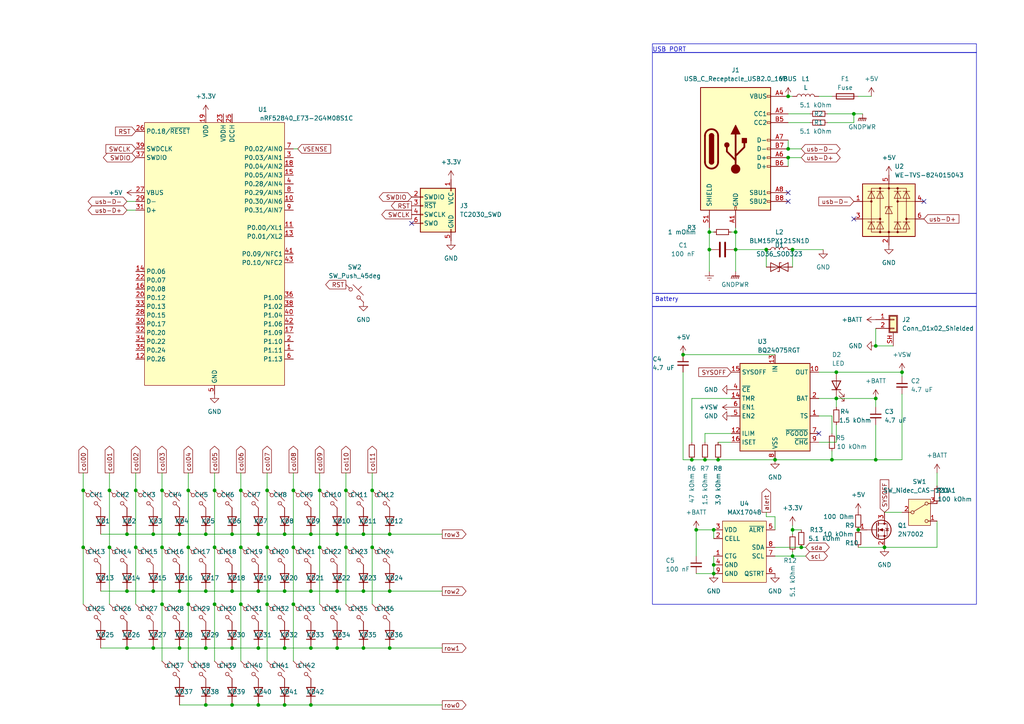
<source format=kicad_sch>
(kicad_sch (version 20230121) (generator eeschema)
  (paper "A4")
  (junction (at 228.6 45.72))
  (junction (at 205.74 67.31))
  (junction (at 105.41 154.94))
  (junction (at 100.33 158.75))
  (junction (at 241.3 133.35))
  (junction (at 59.69 204.47))
  (junction (at 254 133.35))
  (junction (at 85.09 158.75))
  (junction (at 256.54 158.75))
  (junction (at 82.55 204.47))
  (junction (at 213.36 67.31))
  (junction (at 74.93 187.96))
  (junction (at 113.03 171.45))
  (junction (at 204.47 133.35))
  (junction (at 113.03 187.96))
  (junction (at 85.09 142.24))
  (junction (at 52.07 154.94))
  (junction (at 36.83 154.94))
  (junction (at 228.6 43.18))
  (junction (at 74.93 154.94))
  (junction (at 82.55 171.45))
  (junction (at 77.47 175.26))
  (junction (at 46.99 142.24))
  (junction (at 59.69 187.96))
  (junction (at 82.55 154.94))
  (junction (at 207.01 166.37))
  (junction (at 113.03 154.94))
  (junction (at 52.07 187.96))
  (junction (at 67.31 171.45))
  (junction (at 59.69 171.45))
  (junction (at 229.87 153.67))
  (junction (at 208.28 133.35))
  (junction (at 77.47 142.24))
  (junction (at 107.95 142.24))
  (junction (at 90.17 171.45))
  (junction (at 36.83 187.96))
  (junction (at 67.31 187.96))
  (junction (at 44.45 154.94))
  (junction (at 97.79 187.96))
  (junction (at 44.45 171.45))
  (junction (at 24.13 142.24))
  (junction (at 31.75 142.24))
  (junction (at 62.23 175.26))
  (junction (at 69.85 175.26))
  (junction (at 228.6 27.94))
  (junction (at 242.57 107.95))
  (junction (at 54.61 175.26))
  (junction (at 62.23 142.24))
  (junction (at 39.37 142.24))
  (junction (at 24.13 158.75))
  (junction (at 213.36 72.39))
  (junction (at 105.41 171.45))
  (junction (at 67.31 204.47))
  (junction (at 36.83 171.45))
  (junction (at 254 100.33))
  (junction (at 52.07 171.45))
  (junction (at 92.71 158.75))
  (junction (at 39.37 158.75))
  (junction (at 69.85 142.24))
  (junction (at 229.87 72.39))
  (junction (at 62.23 158.75))
  (junction (at 224.79 133.35))
  (junction (at 105.41 187.96))
  (junction (at 69.85 158.75))
  (junction (at 229.87 161.29))
  (junction (at 261.62 107.95))
  (junction (at 67.31 154.94))
  (junction (at 222.25 72.39))
  (junction (at 77.47 158.75))
  (junction (at 74.93 204.47))
  (junction (at 46.99 175.26))
  (junction (at 232.41 158.75))
  (junction (at 90.17 187.96))
  (junction (at 207.01 163.83))
  (junction (at 85.09 175.26))
  (junction (at 31.75 158.75))
  (junction (at 54.61 142.24))
  (junction (at 242.57 115.57))
  (junction (at 92.71 142.24))
  (junction (at 59.69 154.94))
  (junction (at 198.12 102.87))
  (junction (at 90.17 154.94))
  (junction (at 107.95 158.75))
  (junction (at 46.99 158.75))
  (junction (at 74.93 171.45))
  (junction (at 90.17 204.47))
  (junction (at 82.55 187.96))
  (junction (at 200.66 133.35))
  (junction (at 100.33 142.24))
  (junction (at 247.65 33.02))
  (junction (at 207.01 153.67))
  (junction (at 97.79 154.94))
  (junction (at 54.61 158.75))
  (junction (at 201.93 153.67))
  (junction (at 254 115.57))
  (junction (at 205.74 72.39))
  (junction (at 44.45 187.96))
  (junction (at 97.79 171.45))
  (junction (at 248.92 153.67))
  (no_connect (at 228.6 55.88))
  (no_connect (at 119.38 64.77))
  (no_connect (at 228.6 58.42))
  (no_connect (at 237.49 125.73))
  (no_connect (at 267.97 58.42))
  (no_connect (at 247.65 63.5))
  (wire (pts (xy 254 100.33) (xy 259.08 100.33)))
  (wire (pts (xy 205.74 72.39) (xy 205.74 78.74)))
  (wire (pts (xy 248.92 158.75) (xy 256.54 158.75)))
  (wire (pts (xy 52.07 171.45) (xy 59.69 171.45)))
  (wire (pts (xy 39.37 137.16) (xy 39.37 142.24)))
  (wire (pts (xy 67.31 204.47) (xy 74.93 204.47)))
  (wire (pts (xy 113.03 187.96) (xy 128.27 187.96)))
  (wire (pts (xy 261.62 107.95) (xy 261.62 109.22)))
  (wire (pts (xy 241.3 130.81) (xy 241.3 133.35)))
  (wire (pts (xy 59.69 171.45) (xy 67.31 171.45)))
  (wire (pts (xy 82.55 187.96) (xy 90.17 187.96)))
  (wire (pts (xy 90.17 187.96) (xy 97.79 187.96)))
  (wire (pts (xy 228.6 33.02) (xy 234.95 33.02)))
  (wire (pts (xy 100.33 158.75) (xy 100.33 175.26)))
  (wire (pts (xy 77.47 175.26) (xy 77.47 191.77)))
  (wire (pts (xy 46.99 137.16) (xy 46.99 142.24)))
  (wire (pts (xy 52.07 154.94) (xy 59.69 154.94)))
  (wire (pts (xy 247.65 33.02) (xy 247.65 35.56)))
  (wire (pts (xy 69.85 158.75) (xy 69.85 175.26)))
  (wire (pts (xy 261.62 133.35) (xy 254 133.35)))
  (wire (pts (xy 228.6 45.72) (xy 232.41 45.72)))
  (wire (pts (xy 242.57 107.95) (xy 261.62 107.95)))
  (wire (pts (xy 229.87 161.29) (xy 224.79 161.29)))
  (wire (pts (xy 224.79 158.75) (xy 232.41 158.75)))
  (wire (pts (xy 90.17 154.94) (xy 97.79 154.94)))
  (wire (pts (xy 113.03 154.94) (xy 128.27 154.94)))
  (wire (pts (xy 212.09 125.73) (xy 204.47 125.73)))
  (wire (pts (xy 31.75 158.75) (xy 31.75 175.26)))
  (wire (pts (xy 85.09 158.75) (xy 85.09 175.26)))
  (wire (pts (xy 229.87 72.39) (xy 229.87 77.47)))
  (wire (pts (xy 237.49 27.94) (xy 241.3 27.94)))
  (wire (pts (xy 86.36 43.18) (xy 85.09 43.18)))
  (wire (pts (xy 54.61 175.26) (xy 54.61 191.77)))
  (wire (pts (xy 237.49 107.95) (xy 242.57 107.95)))
  (wire (pts (xy 241.3 120.65) (xy 237.49 120.65)))
  (wire (pts (xy 44.45 171.45) (xy 52.07 171.45)))
  (wire (pts (xy 107.95 142.24) (xy 107.95 158.75)))
  (wire (pts (xy 198.12 102.87) (xy 224.79 102.87)))
  (wire (pts (xy 207.01 153.67) (xy 207.01 156.21)))
  (wire (pts (xy 92.71 137.16) (xy 92.71 142.24)))
  (wire (pts (xy 29.21 171.45) (xy 36.83 171.45)))
  (wire (pts (xy 92.71 158.75) (xy 92.71 175.26)))
  (wire (pts (xy 113.03 171.45) (xy 128.27 171.45)))
  (wire (pts (xy 54.61 137.16) (xy 54.61 142.24)))
  (wire (pts (xy 212.09 115.57) (xy 200.66 115.57)))
  (wire (pts (xy 36.83 171.45) (xy 44.45 171.45)))
  (wire (pts (xy 85.09 142.24) (xy 85.09 158.75)))
  (wire (pts (xy 24.13 137.16) (xy 24.13 142.24)))
  (wire (pts (xy 31.75 137.16) (xy 31.75 142.24)))
  (wire (pts (xy 100.33 137.16) (xy 100.33 142.24)))
  (wire (pts (xy 200.66 115.57) (xy 200.66 128.27)))
  (wire (pts (xy 69.85 142.24) (xy 69.85 158.75)))
  (wire (pts (xy 201.93 153.67) (xy 201.93 161.29)))
  (wire (pts (xy 39.37 158.75) (xy 39.37 175.26)))
  (wire (pts (xy 241.3 133.35) (xy 224.79 133.35)))
  (wire (pts (xy 229.87 152.4) (xy 229.87 153.67)))
  (wire (pts (xy 200.66 133.35) (xy 204.47 133.35)))
  (wire (pts (xy 90.17 171.45) (xy 97.79 171.45)))
  (wire (pts (xy 77.47 142.24) (xy 77.47 158.75)))
  (wire (pts (xy 69.85 175.26) (xy 69.85 191.77)))
  (wire (pts (xy 256.54 148.59) (xy 261.62 148.59)))
  (wire (pts (xy 201.93 166.37) (xy 207.01 166.37)))
  (wire (pts (xy 248.92 27.94) (xy 252.73 27.94)))
  (wire (pts (xy 105.41 187.96) (xy 113.03 187.96)))
  (wire (pts (xy 59.69 154.94) (xy 67.31 154.94)))
  (wire (pts (xy 247.65 33.02) (xy 250.19 33.02)))
  (wire (pts (xy 213.36 72.39) (xy 213.36 78.74)))
  (wire (pts (xy 69.85 137.16) (xy 69.85 142.24)))
  (wire (pts (xy 36.83 154.94) (xy 44.45 154.94)))
  (wire (pts (xy 44.45 154.94) (xy 52.07 154.94)))
  (wire (pts (xy 228.6 35.56) (xy 234.95 35.56)))
  (wire (pts (xy 242.57 115.57) (xy 242.57 118.11)))
  (wire (pts (xy 85.09 175.26) (xy 85.09 191.77)))
  (wire (pts (xy 228.6 43.18) (xy 232.41 43.18)))
  (wire (pts (xy 233.68 158.75) (xy 232.41 158.75)))
  (wire (pts (xy 85.09 137.16) (xy 85.09 142.24)))
  (wire (pts (xy 90.17 204.47) (xy 128.27 204.47)))
  (wire (pts (xy 100.33 142.24) (xy 100.33 158.75)))
  (wire (pts (xy 208.28 133.35) (xy 224.79 133.35)))
  (wire (pts (xy 222.25 148.59) (xy 222.25 149.86)))
  (wire (pts (xy 74.93 171.45) (xy 82.55 171.45)))
  (wire (pts (xy 74.93 204.47) (xy 82.55 204.47)))
  (wire (pts (xy 105.41 171.45) (xy 113.03 171.45)))
  (wire (pts (xy 222.25 149.86) (xy 224.79 149.86)))
  (wire (pts (xy 198.12 133.35) (xy 200.66 133.35)))
  (wire (pts (xy 261.62 114.3) (xy 261.62 133.35)))
  (wire (pts (xy 241.3 125.73) (xy 241.3 120.65)))
  (wire (pts (xy 59.69 204.47) (xy 67.31 204.47)))
  (wire (pts (xy 62.23 137.16) (xy 62.23 142.24)))
  (wire (pts (xy 29.21 154.94) (xy 36.83 154.94)))
  (wire (pts (xy 228.6 27.94) (xy 229.87 27.94)))
  (wire (pts (xy 240.03 35.56) (xy 247.65 35.56)))
  (wire (pts (xy 233.68 161.29) (xy 229.87 161.29)))
  (wire (pts (xy 82.55 171.45) (xy 90.17 171.45)))
  (wire (pts (xy 62.23 142.24) (xy 62.23 158.75)))
  (wire (pts (xy 205.74 66.04) (xy 205.74 67.31)))
  (wire (pts (xy 39.37 142.24) (xy 39.37 158.75)))
  (wire (pts (xy 46.99 175.26) (xy 46.99 191.77)))
  (wire (pts (xy 62.23 175.26) (xy 62.23 191.77)))
  (wire (pts (xy 204.47 125.73) (xy 204.47 128.27)))
  (wire (pts (xy 213.36 67.31) (xy 212.09 67.31)))
  (wire (pts (xy 74.93 154.94) (xy 82.55 154.94)))
  (wire (pts (xy 67.31 154.94) (xy 74.93 154.94)))
  (wire (pts (xy 205.74 67.31) (xy 207.01 67.31)))
  (wire (pts (xy 54.61 158.75) (xy 54.61 175.26)))
  (wire (pts (xy 201.93 153.67) (xy 207.01 153.67)))
  (wire (pts (xy 198.12 107.95) (xy 198.12 133.35)))
  (wire (pts (xy 208.28 128.27) (xy 212.09 128.27)))
  (wire (pts (xy 222.25 72.39) (xy 222.25 77.47)))
  (wire (pts (xy 24.13 142.24) (xy 24.13 158.75)))
  (wire (pts (xy 82.55 154.94) (xy 90.17 154.94)))
  (wire (pts (xy 213.36 66.04) (xy 213.36 67.31)))
  (wire (pts (xy 52.07 204.47) (xy 59.69 204.47)))
  (wire (pts (xy 229.87 160.02) (xy 229.87 161.29)))
  (wire (pts (xy 229.87 72.39) (xy 238.76 72.39)))
  (wire (pts (xy 62.23 158.75) (xy 62.23 175.26)))
  (wire (pts (xy 29.21 187.96) (xy 36.83 187.96)))
  (wire (pts (xy 271.78 151.13) (xy 271.78 158.75)))
  (wire (pts (xy 213.36 72.39) (xy 222.25 72.39)))
  (wire (pts (xy 82.55 204.47) (xy 90.17 204.47)))
  (wire (pts (xy 77.47 158.75) (xy 77.47 175.26)))
  (wire (pts (xy 107.95 158.75) (xy 107.95 175.26)))
  (wire (pts (xy 242.57 115.57) (xy 254 115.57)))
  (wire (pts (xy 254 95.25) (xy 254 100.33)))
  (wire (pts (xy 213.36 67.31) (xy 213.36 72.39)))
  (wire (pts (xy 97.79 187.96) (xy 105.41 187.96)))
  (wire (pts (xy 271.78 158.75) (xy 256.54 158.75)))
  (wire (pts (xy 77.47 137.16) (xy 77.47 142.24)))
  (wire (pts (xy 207.01 163.83) (xy 207.01 166.37)))
  (wire (pts (xy 240.03 33.02) (xy 247.65 33.02)))
  (wire (pts (xy 107.95 137.16) (xy 107.95 142.24)))
  (wire (pts (xy 59.69 187.96) (xy 67.31 187.96)))
  (wire (pts (xy 229.87 153.67) (xy 232.41 153.67)))
  (wire (pts (xy 46.99 158.75) (xy 46.99 175.26)))
  (wire (pts (xy 237.49 115.57) (xy 242.57 115.57)))
  (wire (pts (xy 97.79 154.94) (xy 105.41 154.94)))
  (wire (pts (xy 204.47 133.35) (xy 208.28 133.35)))
  (wire (pts (xy 36.83 58.42) (xy 39.37 58.42)))
  (wire (pts (xy 24.13 158.75) (xy 24.13 175.26)))
  (wire (pts (xy 54.61 142.24) (xy 54.61 158.75)))
  (wire (pts (xy 36.83 60.96) (xy 39.37 60.96)))
  (wire (pts (xy 44.45 187.96) (xy 52.07 187.96)))
  (wire (pts (xy 271.78 140.97) (xy 271.78 137.16)))
  (wire (pts (xy 74.93 187.96) (xy 82.55 187.96)))
  (wire (pts (xy 228.6 40.64) (xy 228.6 43.18)))
  (wire (pts (xy 67.31 187.96) (xy 74.93 187.96)))
  (wire (pts (xy 31.75 142.24) (xy 31.75 158.75)))
  (wire (pts (xy 92.71 142.24) (xy 92.71 158.75)))
  (wire (pts (xy 224.79 149.86) (xy 224.79 153.67)))
  (wire (pts (xy 254 133.35) (xy 241.3 133.35)))
  (wire (pts (xy 36.83 187.96) (xy 44.45 187.96)))
  (wire (pts (xy 228.6 45.72) (xy 228.6 48.26)))
  (wire (pts (xy 207.01 161.29) (xy 207.01 163.83)))
  (wire (pts (xy 237.49 128.27) (xy 242.57 128.27)))
  (wire (pts (xy 229.87 154.94) (xy 229.87 153.67)))
  (wire (pts (xy 97.79 171.45) (xy 105.41 171.45)))
  (wire (pts (xy 242.57 128.27) (xy 242.57 123.19)))
  (wire (pts (xy 105.41 154.94) (xy 113.03 154.94)))
  (wire (pts (xy 52.07 187.96) (xy 59.69 187.96)))
  (wire (pts (xy 67.31 171.45) (xy 74.93 171.45)))
  (wire (pts (xy 46.99 142.24) (xy 46.99 158.75)))
  (wire (pts (xy 254 115.57) (xy 254 118.11)))
  (wire (pts (xy 254 123.19) (xy 254 133.35)))
  (wire (pts (xy 205.74 67.31) (xy 205.74 72.39)))
  (rectangle (start 189.23 88.9) (end 283.21 175.26))
  (rectangle (start 189.23 12.7) (end 283.21 15.24))
  (rectangle (start 189.23 85.09) (end 283.21 88.9))
  (rectangle (start 189.23 15.24) (end 283.21 85.09))
  (text "Battery" (at 196.85 87.63 0) (effects (font (size 1.27 1.27)) (justify right bottom)))
  (text "USB PORT" (at 189.23 15.24 0) (effects (font (size 1.27 1.27)) (justify left bottom)))
  (global_label "col01" (shape output) (at 31.75 137.16 90) (property "Intersheetrefs" "${INTERSHEET_REFS}" (effects hide)))
  (global_label "RST" (shape input) (at 39.37 38.1 180) (property "Intersheetrefs" "${INTERSHEET_REFS}" (effects hide)))
  (global_label "usb-D-" (shape bidirectional) (at 232.41 43.18 0) (property "Intersheetrefs" "${INTERSHEET_REFS}" (effects hide)))
  (global_label "row2" (shape output) (at 128.27 171.45 0) (property "Intersheetrefs" "${INTERSHEET_REFS}" (effects hide)))
  (global_label "col03" (shape output) (at 46.99 137.16 90) (property "Intersheetrefs" "${INTERSHEET_REFS}" (effects hide)))
  (global_label "col04" (shape output) (at 54.61 137.16 90) (property "Intersheetrefs" "${INTERSHEET_REFS}" (effects hide)))
  (global_label "sda" (shape bidirectional) (at 233.68 158.75 0) (property "Intersheetrefs" "${INTERSHEET_REFS}" (effects hide)))
  (global_label "col08" (shape output) (at 85.09 137.16 90) (property "Intersheetrefs" "${INTERSHEET_REFS}" (effects hide)))
  (global_label "SWCLK" (shape output) (at 119.38 62.23 180) (property "Intersheetrefs" "${INTERSHEET_REFS}" (effects hide)))
  (global_label "usb-D+" (shape bidirectional) (at 232.41 45.72 0) (property "Intersheetrefs" "${INTERSHEET_REFS}" (effects hide)))
  (global_label "usb-D-" (shape input) (at 247.65 58.42 180) (property "Intersheetrefs" "${INTERSHEET_REFS}" (effects hide)))
  (global_label "row0" (shape output) (at 128.27 204.47 0) (property "Intersheetrefs" "${INTERSHEET_REFS}" (effects hide)))
  (global_label "usb-D+" (shape input) (at 267.97 63.5 0) (property "Intersheetrefs" "${INTERSHEET_REFS}" (effects hide)))
  (global_label "alert" (shape output) (at 222.25 148.59 90) (property "Intersheetrefs" "${INTERSHEET_REFS}" (effects hide)))
  (global_label "col07" (shape output) (at 77.47 137.16 90) (property "Intersheetrefs" "${INTERSHEET_REFS}" (effects hide)))
  (global_label "scl" (shape bidirectional) (at 233.68 161.29 0) (property "Intersheetrefs" "${INTERSHEET_REFS}" (effects hide)))
  (global_label "SYSOFF" (shape input) (at 256.54 148.59 90) (property "Intersheetrefs" "${INTERSHEET_REFS}" (effects hide)))
  (global_label "col11" (shape output) (at 107.95 137.16 90) (property "Intersheetrefs" "${INTERSHEET_REFS}" (effects hide)))
  (global_label "RST" (shape output) (at 100.33 82.55 180) (property "Intersheetrefs" "${INTERSHEET_REFS}" (effects hide)))
  (global_label "SWDIO" (shape bidirectional) (at 39.37 45.72 180) (property "Intersheetrefs" "${INTERSHEET_REFS}" (effects hide)))
  (global_label "col02" (shape output) (at 39.37 137.16 90) (property "Intersheetrefs" "${INTERSHEET_REFS}" (effects hide)))
  (global_label "VSENSE" (shape input) (at 86.36 43.18 0) (property "Intersheetrefs" "${INTERSHEET_REFS}" (effects hide)))
  (global_label "SWCLK" (shape input) (at 39.37 43.18 180) (property "Intersheetrefs" "${INTERSHEET_REFS}" (effects hide)))
  (global_label "col09" (shape output) (at 92.71 137.16 90) (property "Intersheetrefs" "${INTERSHEET_REFS}" (effects hide)))
  (global_label "col10" (shape output) (at 100.33 137.16 90) (property "Intersheetrefs" "${INTERSHEET_REFS}" (effects hide)))
  (global_label "col00" (shape output) (at 24.13 137.16 90) (property "Intersheetrefs" "${INTERSHEET_REFS}" (effects hide)))
  (global_label "usb-D+" (shape bidirectional) (at 36.83 60.96 180) (property "Intersheetrefs" "${INTERSHEET_REFS}" (effects hide)))
  (global_label "SYSOFF" (shape input) (at 212.09 107.95 180) (property "Intersheetrefs" "${INTERSHEET_REFS}" (effects hide)))
  (global_label "col06" (shape output) (at 69.85 137.16 90) (property "Intersheetrefs" "${INTERSHEET_REFS}" (effects hide)))
  (global_label "row1" (shape output) (at 128.27 187.96 0) (property "Intersheetrefs" "${INTERSHEET_REFS}" (effects hide)))
  (global_label "RST" (shape output) (at 119.38 59.69 180) (property "Intersheetrefs" "${INTERSHEET_REFS}" (effects hide)))
  (global_label "SWDIO" (shape bidirectional) (at 119.38 57.15 180) (property "Intersheetrefs" "${INTERSHEET_REFS}" (effects hide)))
  (global_label "usb-D-" (shape bidirectional) (at 36.83 58.42 180) (property "Intersheetrefs" "${INTERSHEET_REFS}" (effects hide)))
  (global_label "row3" (shape output) (at 128.27 154.94 0) (property "Intersheetrefs" "${INTERSHEET_REFS}" (effects hide)))
  (global_label "col05" (shape output) (at 62.23 137.16 90) (property "Intersheetrefs" "${INTERSHEET_REFS}" (effects hide)))
  (symbol (lib_id "power:GND") (at 130.81 69.85 0) (unit 1)
    (property "Reference" "#PWR026" (effects hide))
    (property "Value" "GND" (at 130.81 74.93 0))
  )
  (symbol (lib_id "Diode:1N4448W") (at 82.55 200.66 90) (unit 1)
    (property "Reference" "KD41" (at 81.28 200.66 90) (effects (justify right)))
    (property "Value" "1N4448W" (effects hide))
    (property "Footprint" "Diode_SMD:D_SOD-123" (effects hide))
    (property "Datasheet" "https://www.vishay.com/docs/85722/1n4448w.pdf" (effects hide))
    (property "Sim.Device" "D" (effects hide))
    (property "Sim.Pins" "1=K 2=A" (effects hide))
  )
  (symbol (lib_id "Diode:1N4448W") (at 90.17 167.64 90) (unit 1)
    (property "Reference" "KD21" (at 88.9 167.64 90) (effects (justify right)))
    (property "Value" "1N4448W" (effects hide))
    (property "Footprint" "Diode_SMD:D_SOD-123" (effects hide))
    (property "Datasheet" "https://www.vishay.com/docs/85722/1n4448w.pdf" (effects hide))
    (property "Sim.Device" "D" (effects hide))
    (property "Sim.Pins" "1=K 2=A" (effects hide))
  )
  (symbol (lib_id "Device:R_Small") (at 237.49 33.02 90) (unit 1)
    (property "Reference" "R2" (at 238.76 33.02 90) (effects (justify left)))
    (property "Value" "5.1 kOhm" (at 241.3 30.48 90) (effects (justify left)))
    (property "Footprint" "Resistor_SMD:R_1206_3216Metric" (effects hide))
  )
  (symbol (lib_id "Diode:1N4448W") (at 67.31 200.66 90) (unit 1)
    (property "Reference" "KD39" (at 66.04 200.66 90) (effects (justify right)))
    (property "Value" "1N4448W" (effects hide))
    (property "Footprint" "Diode_SMD:D_SOD-123" (effects hide))
    (property "Datasheet" "https://www.vishay.com/docs/85722/1n4448w.pdf" (effects hide))
    (property "Sim.Device" "D" (effects hide))
    (property "Sim.Pins" "1=K 2=A" (effects hide))
  )
  (symbol (lib_id "power:+BATT") (at 201.93 153.67 0) (unit 1)
    (property "Reference" "#PWR027" (effects hide))
    (property "Value" "+BATT" (at 201.93 148.59 0))
  )
  (symbol (lib_id "Transistor_FET:2N7002") (at 254 153.67 0) (unit 1)
    (property "Reference" "Q1" (at 260.35 152.4 0) (effects (justify left)))
    (property "Value" "2N7002" (at 260.35 154.94 0) (effects (justify left)))
    (property "Footprint" "Package_TO_SOT_SMD:SOT-23" (effects hide))
    (property "Datasheet" "https://www.onsemi.com/pub/Collateral/NDS7002A-D.PDF" (effects hide))
  )
  (symbol (lib_id "Diode:1N4448W") (at 82.55 184.15 90) (unit 1)
    (property "Reference" "KD32" (at 81.28 184.15 90) (effects (justify right)))
    (property "Value" "1N4448W" (effects hide))
    (property "Footprint" "Diode_SMD:D_SOD-123" (effects hide))
    (property "Datasheet" "https://www.vishay.com/docs/85722/1n4448w.pdf" (effects hide))
    (property "Sim.Device" "D" (effects hide))
    (property "Sim.Pins" "1=K 2=A" (effects hide))
  )
  (symbol (lib_id "Diode:1N4448W") (at 97.79 151.13 90) (unit 1)
    (property "Reference" "KD10" (at 96.52 151.13 90) (effects (justify right)))
    (property "Value" "1N4448W" (effects hide))
    (property "Footprint" "Diode_SMD:D_SOD-123" (effects hide))
    (property "Datasheet" "https://www.vishay.com/docs/85722/1n4448w.pdf" (effects hide))
    (property "Sim.Device" "D" (effects hide))
    (property "Sim.Pins" "1=K 2=A" (effects hide))
  )
  (symbol (lib_id "Diode:1N4448W") (at 52.07 200.66 90) (unit 1)
    (property "Reference" "KD37" (at 50.8 200.66 90) (effects (justify right)))
    (property "Value" "1N4448W" (effects hide))
    (property "Footprint" "Diode_SMD:D_SOD-123" (effects hide))
    (property "Datasheet" "https://www.vishay.com/docs/85722/1n4448w.pdf" (effects hide))
    (property "Sim.Device" "D" (effects hide))
    (property "Sim.Pins" "1=K 2=A" (effects hide))
  )
  (symbol (lib_id "PCM_marbastlib-gatlp:KS33_SW_HS_KS-2P02B01-02") (at 34.29 177.8 0) (unit 1)
    (property "Reference" "CH26" (at 35.56 176.53 0))
    (property "Value" "KS33_SW_HS" (effects hide))
    (property "Footprint" "PCM_marbastlib-xp-gateron_lp:SW_KS33_HS_KS-2P02B01-02_HS_1u" (effects hide))
  )
  (symbol (lib_id "Diode:1N4448W") (at 36.83 151.13 90) (unit 1)
    (property "Reference" "KD2" (at 35.56 151.13 90) (effects (justify right)))
    (property "Value" "1N4448W" (effects hide))
    (property "Footprint" "Diode_SMD:D_SOD-123" (effects hide))
    (property "Datasheet" "https://www.vishay.com/docs/85722/1n4448w.pdf" (effects hide))
    (property "Sim.Device" "D" (effects hide))
    (property "Sim.Pins" "1=K 2=A" (effects hide))
  )
  (symbol (lib_id "Diode:1N4448W") (at 59.69 151.13 90) (unit 1)
    (property "Reference" "KD5" (at 58.42 151.13 90) (effects (justify right)))
    (property "Value" "1N4448W" (effects hide))
    (property "Footprint" "Diode_SMD:D_SOD-123" (effects hide))
    (property "Datasheet" "https://www.vishay.com/docs/85722/1n4448w.pdf" (effects hide))
    (property "Sim.Device" "D" (effects hide))
    (property "Sim.Pins" "1=K 2=A" (effects hide))
  )
  (symbol (lib_id "PCM_marbastlib-gatlp:KS33_SW_HS_KS-2P02B01-02") (at 49.53 177.8 0) (unit 1)
    (property "Reference" "CH28" (at 50.8 176.53 0))
    (property "Value" "KS33_SW_HS" (effects hide))
    (property "Footprint" "PCM_marbastlib-xp-gateron_lp:SW_KS33_HS_KS-2P02B01-02_HS_1u" (effects hide))
  )
  (symbol (lib_id "PCM_marbastlib-gatlp:KS33_SW_HS_KS-2P02B01-02") (at 72.39 161.29 0) (unit 1)
    (property "Reference" "CH19" (at 73.66 160.02 0))
    (property "Value" "KS33_SW_HS" (effects hide))
    (property "Footprint" "PCM_marbastlib-xp-gateron_lp:SW_KS33_HS_KS-2P02B01-02_HS_1u" (effects hide))
  )
  (symbol (lib_id "power:+5V") (at 252.73 27.94 0) (unit 1)
    (property "Reference" "#PWR05" (effects hide))
    (property "Value" "+5V" (at 252.73 22.86 0))
  )
  (symbol (lib_id "Diode:1N4448W") (at 52.07 151.13 90) (unit 1)
    (property "Reference" "KD4" (at 50.8 151.13 90) (effects (justify right)))
    (property "Value" "1N4448W" (effects hide))
    (property "Footprint" "Diode_SMD:D_SOD-123" (effects hide))
    (property "Datasheet" "https://www.vishay.com/docs/85722/1n4448w.pdf" (effects hide))
    (property "Sim.Device" "D" (effects hide))
    (property "Sim.Pins" "1=K 2=A" (effects hide))
  )
  (symbol (lib_id "Switch:SW_Nidec_CAS-120A1") (at 266.7 148.59 0) (unit 1)
    (property "Reference" "SW1" (at 266.7 139.7 0))
    (property "Value" "SW_Nidec_CAS-120A1" (at 266.7 142.24 0))
    (property "Footprint" "PCM_marbastlib-various:SW_MSK12C02-HB" (effects hide))
    (property "Datasheet" "https://www.nidec-components.com/e/catalog/switch/cas.pdf" (effects hide))
  )
  (symbol (lib_id "power:GND") (at 207.01 166.37 0) (unit 1)
    (property "Reference" "#PWR028" (effects hide))
    (property "Value" "GND" (at 207.01 171.45 0))
  )
  (symbol (lib_id "Device:R_Small") (at 208.28 130.81 180) (unit 1)
    (property "Reference" "R8" (at 209.55 135.89 0) (effects (justify left)))
    (property "Value" "3.9 kOhm" (at 208.28 137.16 90) (effects (justify left)))
    (property "Footprint" "Resistor_SMD:R_1206_3216Metric" (effects hide))
  )
  (symbol (lib_id "power:GND") (at 212.09 120.65 270) (unit 1)
    (property "Reference" "#PWR010" (effects hide))
    (property "Value" "GND" (at 208.28 120.65 90) (effects (justify right)))
  )
  (symbol (lib_id "PCM_marbastlib-gatlp:KS33_SW_HS_KS-2P02B01-02") (at 87.63 161.29 0) (unit 1)
    (property "Reference" "CH21" (at 88.9 160.02 0))
    (property "Value" "KS33_SW_HS" (effects hide))
    (property "Footprint" "PCM_marbastlib-xp-gateron_lp:SW_KS33_HS_KS-2P02B01-02_HS_1u" (effects hide))
  )
  (symbol (lib_id "Power_Protection:WE-TVS-824015043") (at 257.81 60.96 0) (unit 1)
    (property "Reference" "U2" (at 259.4611 48.26 0) (effects (justify left)))
    (property "Value" "WE-TVS-824015043" (at 259.4611 50.8 0) (effects (justify left)))
    (property "Footprint" "Package_TO_SOT_SMD:SOT-23-6" (effects hide))
    (property "Datasheet" "https://www.we-online.com/components/products/datasheet/824015043.pdf" (effects hide))
  )
  (symbol (lib_id "Device:C") (at 209.55 72.39 90) (unit 1)
    (property "Reference" "C1" (at 198.12 71.12 90))
    (property "Value" "100 nF" (at 198.12 73.66 90))
    (property "Footprint" "Capacitor_SMD:C_1206_3216Metric" (effects hide))
  )
  (symbol (lib_id "power:GND") (at 256.54 158.75 0) (unit 1)
    (property "Reference" "#PWR019" (effects hide))
    (property "Value" "GND" (at 256.54 163.83 0))
  )
  (symbol (lib_id "PCM_marbastlib-gatlp:KS33_SW_HS_KS-2P02B01-02") (at 34.29 144.78 0) (unit 1)
    (property "Reference" "CH2" (at 35.56 143.51 0))
    (property "Value" "KS33_SW_HS" (effects hide))
    (property "Footprint" "PCM_marbastlib-xp-gateron_lp:SW_KS33_HS_KS-2P02B01-02_HS_1u" (effects hide))
  )
  (symbol (lib_id "PCM_marbastlib-gatlp:KS33_SW_HS_KS-2P02B01-02") (at 110.49 177.8 0) (unit 1)
    (property "Reference" "CH36" (at 111.76 176.53 0))
    (property "Value" "KS33_SW_HS" (effects hide))
    (property "Footprint" "PCM_marbastlib-xp-gateron_lp:SW_KS33_HS_KS-2P02B01-02_HS_1u" (effects hide))
  )
  (symbol (lib_id "Device:C_Small") (at 261.62 111.76 0) (unit 1)
    (property "Reference" "C2" (at 264.16 110.4963 0) (effects (justify left)))
    (property "Value" "4.7 uF" (at 264.16 113.0363 0) (effects (justify left)))
    (property "Footprint" "Capacitor_SMD:C_1206_3216Metric" (effects hide))
  )
  (symbol (lib_id "Diode:1N4448W") (at 105.41 184.15 90) (unit 1)
    (property "Reference" "KD35" (at 104.14 184.15 90) (effects (justify right)))
    (property "Value" "1N4448W" (effects hide))
    (property "Footprint" "Diode_SMD:D_SOD-123" (effects hide))
    (property "Datasheet" "https://www.vishay.com/docs/85722/1n4448w.pdf" (effects hide))
    (property "Sim.Device" "D" (effects hide))
    (property "Sim.Pins" "1=K 2=A" (effects hide))
  )
  (symbol (lib_id "Diode:1N4448W") (at 36.83 184.15 90) (unit 1)
    (property "Reference" "KD26" (at 35.56 184.15 90) (effects (justify right)))
    (property "Value" "1N4448W" (effects hide))
    (property "Footprint" "Diode_SMD:D_SOD-123" (effects hide))
    (property "Datasheet" "https://www.vishay.com/docs/85722/1n4448w.pdf" (effects hide))
    (property "Sim.Device" "D" (effects hide))
    (property "Sim.Pins" "1=K 2=A" (effects hide))
  )
  (symbol (lib_id "power:+3.3V") (at 229.87 152.4 0) (unit 1)
    (property "Reference" "#PWR030" (effects hide))
    (property "Value" "+3.3V" (at 229.87 147.32 0))
  )
  (symbol (lib_id "power:+3.3V") (at 130.81 52.07 0) (unit 1)
    (property "Reference" "#PWR025" (effects hide))
    (property "Value" "+3.3V" (at 130.81 46.99 0))
  )
  (symbol (lib_id "Diode:1N4448W") (at 29.21 151.13 90) (unit 1)
    (property "Reference" "KD1" (at 27.94 151.13 90) (effects (justify right)))
    (property "Value" "1N4448W" (effects hide))
    (property "Footprint" "Diode_SMD:D_SOD-123" (effects hide))
    (property "Datasheet" "https://www.vishay.com/docs/85722/1n4448w.pdf" (effects hide))
    (property "Sim.Device" "D" (effects hide))
    (property "Sim.Pins" "1=K 2=A" (effects hide))
  )
  (symbol (lib_id "PCM_marbastlib-gatlp:KS33_SW_HS_KS-2P02B01-02") (at 49.53 161.29 0) (unit 1)
    (property "Reference" "CH16" (at 50.8 160.02 0))
    (property "Value" "KS33_SW_HS" (effects hide))
    (property "Footprint" "PCM_marbastlib-xp-gateron_lp:SW_KS33_HS_KS-2P02B01-02_HS_1u" (effects hide))
  )
  (symbol (lib_id "Device:R_Small") (at 209.55 67.31 90) (unit 1)
    (property "Reference" "R3" (at 201.93 66.04 90) (effects (justify left)))
    (property "Value" "1 mOhm" (at 201.93 67.31 90) (effects (justify left)))
    (property "Footprint" "Resistor_SMD:R_1206_3216Metric" (effects hide))
  )
  (symbol (lib_id "power:GND") (at 238.76 72.39 0) (unit 1)
    (property "Reference" "#PWR08" (effects hide))
    (property "Value" "GND" (at 238.76 77.47 0))
  )
  (symbol (lib_id "PCM_marbastlib-gatlp:KS33_SW_HS_KS-2P02B01-02") (at 80.01 194.31 0) (unit 1)
    (property "Reference" "CH41" (at 81.28 193.04 0))
    (property "Value" "KS33_SW_HS" (effects hide))
    (property "Footprint" "PCM_marbastlib-xp-gateron_lp:SW_KS33_HS_KS-2P02B01-02_HS_1u" (effects hide))
  )
  (symbol (lib_id "Diode:1N4448W") (at 90.17 151.13 90) (unit 1)
    (property "Reference" "KD9" (at 88.9 151.13 90) (effects (justify right)))
    (property "Value" "1N4448W" (effects hide))
    (property "Footprint" "Diode_SMD:D_SOD-123" (effects hide))
    (property "Datasheet" "https://www.vishay.com/docs/85722/1n4448w.pdf" (effects hide))
    (property "Sim.Device" "D" (effects hide))
    (property "Sim.Pins" "1=K 2=A" (effects hide))
  )
  (symbol (lib_id "PCM_marbastlib-various:TC2030_SWD") (at 125.73 62.23 0) (unit 1)
    (property "Reference" "J3" (at 133.35 59.69 0) (effects (justify left)))
    (property "Value" "TC2030_SWD" (at 133.35 62.23 0) (effects (justify left)))
    (property "Footprint" "PCM_marbastlib-various:CON_TC2030_outlined" (effects hide))
    (property "Datasheet" " ~" (effects hide))
  )
  (symbol (lib_id "power:GND") (at 105.41 87.63 0) (unit 1)
    (property "Reference" "#PWR021" (effects hide))
    (property "Value" "GND" (at 105.41 92.71 0))
  )
  (symbol (lib_id "power:+BATT") (at 271.78 137.16 0) (unit 1)
    (property "Reference" "#PWR020" (effects hide))
    (property "Value" "+BATT" (at 271.78 132.08 0))
  )
  (symbol (lib_id "power:GND") (at 212.09 113.03 270) (unit 1)
    (property "Reference" "#PWR09" (effects hide))
    (property "Value" "GND" (at 208.28 113.03 90) (effects (justify right)))
  )
  (symbol (lib_id "PCM_marbastlib-gatlp:KS33_SW_HS_KS-2P02B01-02") (at 49.53 144.78 0) (unit 1)
    (property "Reference" "CH4" (at 50.8 143.51 0))
    (property "Value" "KS33_SW_HS" (effects hide))
    (property "Footprint" "PCM_marbastlib-xp-gateron_lp:SW_KS33_HS_KS-2P02B01-02_HS_1u" (effects hide))
  )
  (symbol (lib_id "PCM_marbastlib-gatlp:KS33_SW_HS_KS-2P02B01-02") (at 110.49 144.78 0) (unit 1)
    (property "Reference" "CH12" (at 111.76 143.51 0))
    (property "Value" "KS33_SW_HS" (effects hide))
    (property "Footprint" "PCM_marbastlib-xp-gateron_lp:SW_KS33_HS_KS-2P02B01-02_HS_1u" (effects hide))
  )
  (symbol (lib_id "Diode:1N4448W") (at 36.83 167.64 90) (unit 1)
    (property "Reference" "KD14" (at 35.56 167.64 90) (effects (justify right)))
    (property "Value" "1N4448W" (effects hide))
    (property "Footprint" "Diode_SMD:D_SOD-123" (effects hide))
    (property "Datasheet" "https://www.vishay.com/docs/85722/1n4448w.pdf" (effects hide))
    (property "Sim.Device" "D" (effects hide))
    (property "Sim.Pins" "1=K 2=A" (effects hide))
  )
  (symbol (lib_id "PCM_marbastlib-gatlp:KS33_SW_HS_KS-2P02B01-02") (at 87.63 177.8 0) (unit 1)
    (property "Reference" "CH33" (at 88.9 176.53 0))
    (property "Value" "KS33_SW_HS" (effects hide))
    (property "Footprint" "PCM_marbastlib-xp-gateron_lp:SW_KS33_HS_KS-2P02B01-02_HS_1u" (effects hide))
  )
  (symbol (lib_id "PCM_marbastlib-gatlp:KS33_SW_HS_KS-2P02B01-02") (at 80.01 161.29 0) (unit 1)
    (property "Reference" "CH20" (at 81.28 160.02 0))
    (property "Value" "KS33_SW_HS" (effects hide))
    (property "Footprint" "PCM_marbastlib-xp-gateron_lp:SW_KS33_HS_KS-2P02B01-02_HS_1u" (effects hide))
  )
  (symbol (lib_id "power:+5V") (at 257.81 50.8 0) (unit 1)
    (property "Reference" "#PWR01" (effects hide))
    (property "Value" "+5V" (at 257.81 45.72 0))
  )
  (symbol (lib_id "Diode:1N4448W") (at 113.03 167.64 90) (unit 1)
    (property "Reference" "KD24" (at 111.76 167.64 90) (effects (justify right)))
    (property "Value" "1N4448W" (effects hide))
    (property "Footprint" "Diode_SMD:D_SOD-123" (effects hide))
    (property "Datasheet" "https://www.vishay.com/docs/85722/1n4448w.pdf" (effects hide))
    (property "Sim.Device" "D" (effects hide))
    (property "Sim.Pins" "1=K 2=A" (effects hide))
  )
  (symbol (lib_id "Diode:1N4448W") (at 90.17 184.15 90) (unit 1)
    (property "Reference" "KD33" (at 88.9 184.15 90) (effects (justify right)))
    (property "Value" "1N4448W" (effects hide))
    (property "Footprint" "Diode_SMD:D_SOD-123" (effects hide))
    (property "Datasheet" "https://www.vishay.com/docs/85722/1n4448w.pdf" (effects hide))
    (property "Sim.Device" "D" (effects hide))
    (property "Sim.Pins" "1=K 2=A" (effects hide))
  )
  (symbol (lib_id "power:+VSW") (at 261.62 107.95 0) (unit 1)
    (property "Reference" "#PWR013" (effects hide))
    (property "Value" "+VSW" (at 261.62 102.87 0))
  )
  (symbol (lib_id "Device:R_Small") (at 232.41 156.21 180) (unit 1)
    (property "Reference" "R13" (at 238.76 153.67 0) (effects (justify left)))
    (property "Value" "5.1 kOhm" (at 243.84 156.21 0) (effects (justify left)))
    (property "Footprint" "Resistor_SMD:R_1206_3216Metric" (effects hide))
  )
  (symbol (lib_id "PCM_marbastlib-various:nRF52840_E73-2G4M08S1C") (at 62.23 73.66 0) (unit 1)
    (property "Reference" "U1" (at 76.2 31.75 0))
    (property "Value" "nRF52840_E73-2G4M08S1C" (at 88.9 34.29 0))
    (property "Footprint" "PCM_marbastlib-various:nRF52840_E73-2G4M08S1C" (effects hide))
    (property "Datasheet" "https://www.ebyte.com/en/downpdf.aspx?id=445" (effects hide))
    (property "LCSC" "C356849" (effects hide))
  )
  (symbol (lib_id "Device:C_Small") (at 201.93 163.83 0) (unit 1)
    (property "Reference" "C5" (at 193.04 162.56 0) (effects (justify left)))
    (property "Value" "100 nF" (at 193.04 165.1 0) (effects (justify left)))
    (property "Footprint" "Capacitor_SMD:C_1206_3216Metric" (effects hide))
  )
  (symbol (lib_id "Device:R_Small") (at 200.66 130.81 180) (unit 1)
    (property "Reference" "R6" (at 201.93 135.89 0) (effects (justify left)))
    (property "Value" "47 kOhm" (at 200.66 137.16 90) (effects (justify left)))
    (property "Footprint" "Resistor_SMD:R_1206_3216Metric" (effects hide))
  )
  (symbol (lib_id "Diode:1N4448W") (at 113.03 184.15 90) (unit 1)
    (property "Reference" "KD36" (at 111.76 184.15 90) (effects (justify right)))
    (property "Value" "1N4448W" (effects hide))
    (property "Footprint" "Diode_SMD:D_SOD-123" (effects hide))
    (property "Datasheet" "https://www.vishay.com/docs/85722/1n4448w.pdf" (effects hide))
    (property "Sim.Device" "D" (effects hide))
    (property "Sim.Pins" "1=K 2=A" (effects hide))
  )
  (symbol (lib_id "power:+5V") (at 39.37 55.88 90) (unit 1)
    (property "Reference" "#PWR023" (effects hide))
    (property "Value" "+5V" (at 35.56 55.88 90) (effects (justify left)))
  )
  (symbol (lib_id "PCM_marbastlib-gatlp:KS33_SW_HS_KS-2P02B01-02") (at 80.01 144.78 0) (unit 1)
    (property "Reference" "CH8" (at 81.28 143.51 0))
    (property "Value" "KS33_SW_HS" (effects hide))
    (property "Footprint" "PCM_marbastlib-xp-gateron_lp:SW_KS33_HS_KS-2P02B01-02_HS_1u" (effects hide))
  )
  (symbol (lib_id "power:GND") (at 62.23 114.3 0) (unit 1)
    (property "Reference" "#PWR022" (effects hide))
    (property "Value" "GND" (at 62.23 119.38 0))
  )
  (symbol (lib_id "Diode:1N4448W") (at 52.07 167.64 90) (unit 1)
    (property "Reference" "KD16" (at 50.8 167.64 90) (effects (justify right)))
    (property "Value" "1N4448W" (effects hide))
    (property "Footprint" "Diode_SMD:D_SOD-123" (effects hide))
    (property "Datasheet" "https://www.vishay.com/docs/85722/1n4448w.pdf" (effects hide))
    (property "Sim.Device" "D" (effects hide))
    (property "Sim.Pins" "1=K 2=A" (effects hide))
  )
  (symbol (lib_id "power:GND") (at 224.79 133.35 0) (unit 1)
    (property "Reference" "#PWR011" (effects hide))
    (property "Value" "GND" (at 224.79 138.43 0))
  )
  (symbol (lib_id "PCM_marbastlib-gatlp:KS33_SW_HS_KS-2P02B01-02") (at 95.25 177.8 0) (unit 1)
    (property "Reference" "CH34" (at 96.52 176.53 0))
    (property "Value" "KS33_SW_HS" (effects hide))
    (property "Footprint" "PCM_marbastlib-xp-gateron_lp:SW_KS33_HS_KS-2P02B01-02_HS_1u" (effects hide))
  )
  (symbol (lib_id "Connector_Generic_Shielded:Conn_01x02_Shielded") (at 259.08 92.71 0) (unit 1)
    (property "Reference" "J2" (at 261.62 92.71 0) (effects (justify left)))
    (property "Value" "Conn_01x02_Shielded" (at 261.62 95.25 0) (effects (justify left)))
    (property "Footprint" "Connector_JST:JST_PH_B2B-PH-SM4-TB_1x02-1MP_P2.00mm_Vertical" (effects hide))
  )
  (symbol (lib_id "PCM_marbastlib-gatlp:KS33_SW_HS_KS-2P02B01-02") (at 49.53 194.31 0) (unit 1)
    (property "Reference" "CH37" (at 50.8 193.04 0))
    (property "Value" "KS33_SW_HS" (effects hide))
    (property "Footprint" "PCM_marbastlib-xp-gateron_lp:SW_KS33_HS_KS-2P02B01-02_HS_1u" (effects hide))
  )
  (symbol (lib_id "PCM_marbastlib-gatlp:KS33_SW_HS_KS-2P02B01-02") (at 57.15 144.78 0) (unit 1)
    (property "Reference" "CH5" (at 58.42 143.51 0))
    (property "Value" "KS33_SW_HS" (effects hide))
    (property "Footprint" "PCM_marbastlib-xp-gateron_lp:SW_KS33_HS_KS-2P02B01-02_HS_1u" (effects hide))
  )
  (symbol (lib_id "PCM_marbastlib-gatlp:KS33_SW_HS_KS-2P02B01-02") (at 87.63 144.78 0) (unit 1)
    (property "Reference" "CH9" (at 88.9 143.51 0))
    (property "Value" "KS33_SW_HS" (effects hide))
    (property "Footprint" "PCM_marbastlib-xp-gateron_lp:SW_KS33_HS_KS-2P02B01-02_HS_1u" (effects hide))
  )
  (symbol (lib_id "PCM_marbastlib-gatlp:KS33_SW_HS_KS-2P02B01-02") (at 64.77 144.78 0) (unit 1)
    (property "Reference" "CH6" (at 66.04 143.51 0))
    (property "Value" "KS33_SW_HS" (effects hide))
    (property "Footprint" "PCM_marbastlib-xp-gateron_lp:SW_KS33_HS_KS-2P02B01-02_HS_1u" (effects hide))
  )
  (symbol (lib_id "PCM_marbastlib-gatlp:KS33_SW_HS_KS-2P02B01-02") (at 87.63 194.31 0) (unit 1)
    (property "Reference" "CH42" (at 88.9 193.04 0))
    (property "Value" "KS33_SW_HS" (effects hide))
    (property "Footprint" "PCM_marbastlib-xp-gateron_lp:SW_KS33_HS_KS-2P02B01-02_HS_1u" (effects hide))
  )
  (symbol (lib_id "power:Earth") (at 205.74 78.74 0) (unit 1)
    (property "Reference" "#PWR07" (effects hide))
    (property "Value" "Earth" (effects hide))
  )
  (symbol (lib_id "Device:L") (at 233.68 27.94 90) (unit 1)
    (property "Reference" "L1" (at 233.68 22.86 90))
    (property "Value" "L" (at 233.68 25.4 90))
    (property "Footprint" "Inductor_SMD:L_1206_3216Metric_Pad1.42x1.75mm_HandSolder" (effects hide))
  )
  (symbol (lib_id "Diode:1N4448W") (at 82.55 151.13 90) (unit 1)
    (property "Reference" "KD8" (at 81.28 151.13 90) (effects (justify right)))
    (property "Value" "1N4448W" (effects hide))
    (property "Footprint" "Diode_SMD:D_SOD-123" (effects hide))
    (property "Datasheet" "https://www.vishay.com/docs/85722/1n4448w.pdf" (effects hide))
    (property "Sim.Device" "D" (effects hide))
    (property "Sim.Pins" "1=K 2=A" (effects hide))
  )
  (symbol (lib_id "PCM_marbastlib-gatlp:KS33_SW_HS_KS-2P02B01-02") (at 41.91 144.78 0) (unit 1)
    (property "Reference" "CH3" (at 43.18 143.51 0))
    (property "Value" "KS33_SW_HS" (effects hide))
    (property "Footprint" "PCM_marbastlib-xp-gateron_lp:SW_KS33_HS_KS-2P02B01-02_HS_1u" (effects hide))
  )
  (symbol (lib_id "PCM_marbastlib-gatlp:KS33_SW_HS_KS-2P02B01-02") (at 41.91 177.8 0) (unit 1)
    (property "Reference" "CH27" (at 43.18 176.53 0))
    (property "Value" "KS33_SW_HS" (effects hide))
    (property "Footprint" "PCM_marbastlib-xp-gateron_lp:SW_KS33_HS_KS-2P02B01-02_HS_1u" (effects hide))
  )
  (symbol (lib_id "Diode:1N4448W") (at 74.93 200.66 90) (unit 1)
    (property "Reference" "KD40" (at 73.66 200.66 90) (effects (justify right)))
    (property "Value" "1N4448W" (effects hide))
    (property "Footprint" "Diode_SMD:D_SOD-123" (effects hide))
    (property "Datasheet" "https://www.vishay.com/docs/85722/1n4448w.pdf" (effects hide))
    (property "Sim.Device" "D" (effects hide))
    (property "Sim.Pins" "1=K 2=A" (effects hide))
  )
  (symbol (lib_id "PCM_marbastlib-gatlp:KS33_SW_HS_KS-2P02B01-02") (at 72.39 194.31 0) (unit 1)
    (property "Reference" "CH40" (at 73.66 193.04 0))
    (property "Value" "KS33_SW_HS" (effects hide))
    (property "Footprint" "PCM_marbastlib-xp-gateron_lp:SW_KS33_HS_KS-2P02B01-02_HS_1u" (effects hide))
  )
  (symbol (lib_id "Device:LED") (at 242.57 111.76 90) (unit 1)
    (property "Reference" "D2" (at 241.3 102.87 90) (effects (justify right)))
    (property "Value" "LED" (at 241.3 105.41 90) (effects (justify right)))
    (property "Footprint" "LED_SMD:LED_1206_3216Metric" (effects hide))
  )
  (symbol (lib_id "power:VBUS") (at 228.6 27.94 0) (unit 1)
    (property "Reference" "#PWR04" (effects hide))
    (property "Value" "VBUS" (at 228.6 22.86 0))
  )
  (symbol (lib_id "power:+VSW") (at 212.09 118.11 90) (unit 1)
    (property "Reference" "#PWR012" (effects hide))
    (property "Value" "+VSW" (at 208.28 118.11 90) (effects (justify left)))
  )
  (symbol (lib_id "Diode:1N4448W") (at 52.07 184.15 90) (unit 1)
    (property "Reference" "KD28" (at 50.8 184.15 90) (effects (justify right)))
    (property "Value" "1N4448W" (effects hide))
    (property "Footprint" "Diode_SMD:D_SOD-123" (effects hide))
    (property "Datasheet" "https://www.vishay.com/docs/85722/1n4448w.pdf" (effects hide))
    (property "Sim.Device" "D" (effects hide))
    (property "Sim.Pins" "1=K 2=A" (effects hide))
  )
  (symbol (lib_id "PCM_marbastlib-gatlp:KS33_SW_HS_KS-2P02B01-02") (at 26.67 177.8 0) (unit 1)
    (property "Reference" "CH25" (at 27.94 176.53 0))
    (property "Value" "KS33_SW_HS" (effects hide))
    (property "Footprint" "PCM_marbastlib-xp-gateron_lp:SW_KS33_HS_KS-2P02B01-02_HS_1u" (effects hide))
  )
  (symbol (lib_id "Diode:1N4448W") (at 97.79 167.64 90) (unit 1)
    (property "Reference" "KD22" (at 96.52 167.64 90) (effects (justify right)))
    (property "Value" "1N4448W" (effects hide))
    (property "Footprint" "Diode_SMD:D_SOD-123" (effects hide))
    (property "Datasheet" "https://www.vishay.com/docs/85722/1n4448w.pdf" (effects hide))
    (property "Sim.Device" "D" (effects hide))
    (property "Sim.Pins" "1=K 2=A" (effects hide))
  )
  (symbol (lib_id "PCM_marbastlib-gatlp:KS33_SW_HS_KS-2P02B01-02") (at 102.87 177.8 0) (unit 1)
    (property "Reference" "CH35" (at 104.14 176.53 0))
    (property "Value" "KS33_SW_HS" (effects hide))
    (property "Footprint" "PCM_marbastlib-xp-gateron_lp:SW_KS33_HS_KS-2P02B01-02_HS_1u" (effects hide))
  )
  (symbol (lib_id "PCM_marbastlib-gatlp:KS33_SW_HS_KS-2P02B01-02") (at 110.49 161.29 0) (unit 1)
    (property "Reference" "CH24" (at 111.76 160.02 0))
    (property "Value" "KS33_SW_HS" (effects hide))
    (property "Footprint" "PCM_marbastlib-xp-gateron_lp:SW_KS33_HS_KS-2P02B01-02_HS_1u" (effects hide))
  )
  (symbol (lib_id "Diode:1N4448W") (at 44.45 151.13 90) (unit 1)
    (property "Reference" "KD3" (at 43.18 151.13 90) (effects (justify right)))
    (property "Value" "1N4448W" (effects hide))
    (property "Footprint" "Diode_SMD:D_SOD-123" (effects hide))
    (property "Datasheet" "https://www.vishay.com/docs/85722/1n4448w.pdf" (effects hide))
    (property "Sim.Device" "D" (effects hide))
    (property "Sim.Pins" "1=K 2=A" (effects hide))
  )
  (symbol (lib_id "PCM_marbastlib-gatlp:KS33_SW_HS_KS-2P02B01-02") (at 64.77 194.31 0) (unit 1)
    (property "Reference" "CH39" (at 66.04 193.04 0))
    (property "Value" "KS33_SW_HS" (effects hide))
    (property "Footprint" "PCM_marbastlib-xp-gateron_lp:SW_KS33_HS_KS-2P02B01-02_HS_1u" (effects hide))
  )
  (symbol (lib_id "PCM_marbastlib-gatlp:KS33_SW_HS_KS-2P02B01-02") (at 57.15 194.31 0) (unit 1)
    (property "Reference" "CH38" (at 58.42 193.04 0))
    (property "Value" "KS33_SW_HS" (effects hide))
    (property "Footprint" "PCM_marbastlib-xp-gateron_lp:SW_KS33_HS_KS-2P02B01-02_HS_1u" (effects hide))
  )
  (symbol (lib_id "Device:L") (at 226.06 72.39 90) (unit 1)
    (property "Reference" "L2" (at 226.06 67.31 90))
    (property "Value" "BLM15PX121SN1D" (at 226.06 69.85 90))
    (property "Footprint" "Inductor_SMD:L_1206_3216Metric" (effects hide))
  )
  (symbol (lib_id "Device:R_Small") (at 237.49 35.56 90) (unit 1)
    (property "Reference" "R1" (at 238.76 35.56 90) (effects (justify left)))
    (property "Value" "5.1 kOhm" (at 241.3 38.1 90) (effects (justify left)))
    (property "Footprint" "Resistor_SMD:R_1206_3216Metric" (effects hide))
  )
  (symbol (lib_id "Device:R_Small") (at 271.78 143.51 180) (unit 1)
    (property "Reference" "R11" (at 275.59 142.24 0) (effects (justify left)))
    (property "Value" "100 kOhm" (at 281.94 144.78 0) (effects (justify left)))
    (property "Footprint" "Resistor_SMD:R_1206_3216Metric" (effects hide))
  )
  (symbol (lib_id "PCM_marbastlib-gatlp:KS33_SW_HS_KS-2P02B01-02") (at 26.67 161.29 0) (unit 1)
    (property "Reference" "CH13" (at 27.94 160.02 0))
    (property "Value" "KS33_SW_HS" (effects hide))
    (property "Footprint" "PCM_marbastlib-xp-gateron_lp:SW_KS33_HS_KS-2P02B01-02_HS_1u" (effects hide))
  )
  (symbol (lib_id "PCM_marbastlib-gatlp:KS33_SW_HS_KS-2P02B01-02") (at 102.87 144.78 0) (unit 1)
    (property "Reference" "CH11" (at 104.14 143.51 0))
    (property "Value" "KS33_SW_HS" (effects hide))
    (property "Footprint" "PCM_marbastlib-xp-gateron_lp:SW_KS33_HS_KS-2P02B01-02_HS_1u" (effects hide))
  )
  (symbol (lib_id "Diode:1N4448W") (at 67.31 167.64 90) (unit 1)
    (property "Reference" "KD18" (at 66.04 167.64 90) (effects (justify right)))
    (property "Value" "1N4448W" (effects hide))
    (property "Footprint" "Diode_SMD:D_SOD-123" (effects hide))
    (property "Datasheet" "https://www.vishay.com/docs/85722/1n4448w.pdf" (effects hide))
    (property "Sim.Device" "D" (effects hide))
    (property "Sim.Pins" "1=K 2=A" (effects hide))
  )
  (symbol (lib_id "power:GNDPWR") (at 213.36 78.74 0) (unit 1)
    (property "Reference" "#PWR06" (effects hide))
    (property "Value" "GNDPWR" (at 213.233 82.55 0))
  )
  (symbol (lib_id "power:+BATT") (at 254 92.71 90) (unit 1)
    (property "Reference" "#PWR016" (effects hide))
    (property "Value" "+BATT" (at 250.19 92.71 90) (effects (justify left)))
  )
  (symbol (lib_id "Diode:1N4448W") (at 105.41 151.13 90) (unit 1)
    (property "Reference" "KD11" (at 104.14 151.13 90) (effects (justify right)))
    (property "Value" "1N4448W" (effects hide))
    (property "Footprint" "Diode_SMD:D_SOD-123" (effects hide))
    (property "Datasheet" "https://www.vishay.com/docs/85722/1n4448w.pdf" (effects hide))
    (property "Sim.Device" "D" (effects hide))
    (property "Sim.Pins" "1=K 2=A" (effects hide))
  )
  (symbol (lib_id "PCM_marbastlib-gatlp:KS33_SW_HS_KS-2P02B01-02") (at 64.77 161.29 0) (unit 1)
    (property "Reference" "CH18" (at 66.04 160.02 0))
    (property "Value" "KS33_SW_HS" (effects hide))
    (property "Footprint" "PCM_marbastlib-xp-gateron_lp:SW_KS33_HS_KS-2P02B01-02_HS_1u" (effects hide))
  )
  (symbol (lib_id "Device:R_Small") (at 229.87 157.48 180) (unit 1)
    (property "Reference" "R12" (at 231.14 162.56 0) (effects (justify left)))
    (property "Value" "5.1 kOhm" (at 229.87 163.83 90) (effects (justify left)))
    (property "Footprint" "Resistor_SMD:R_1206_3216Metric" (effects hide))
  )
  (symbol (lib_id "Device:R_Small") (at 242.57 120.65 180) (unit 1)
    (property "Reference" "R4" (at 246.38 119.38 0) (effects (justify left)))
    (property "Value" "1.5 kOhm" (at 252.73 121.92 0) (effects (justify left)))
    (property "Footprint" "Resistor_SMD:R_1206_3216Metric" (effects hide))
  )
  (symbol (lib_id "PCM_marbastlib-gatlp:KS33_SW_HS_KS-2P02B01-02") (at 102.87 161.29 0) (unit 1)
    (property "Reference" "CH23" (at 104.14 160.02 0))
    (property "Value" "KS33_SW_HS" (effects hide))
    (property "Footprint" "PCM_marbastlib-xp-gateron_lp:SW_KS33_HS_KS-2P02B01-02_HS_1u" (effects hide))
  )
  (symbol (lib_id "Device:R_Small") (at 248.92 156.21 0) (unit 1)
    (property "Reference" "R10" (at 245.11 157.48 0) (effects (justify left)))
    (property "Value" "10 kOhm" (at 238.76 154.94 0) (effects (justify left)))
    (property "Footprint" "Resistor_SMD:R_1206_3216Metric" (effects hide))
  )
  (symbol (lib_id "Diode:1N4448W") (at 67.31 151.13 90) (unit 1)
    (property "Reference" "KD6" (at 66.04 151.13 90) (effects (justify right)))
    (property "Value" "1N4448W" (effects hide))
    (property "Footprint" "Diode_SMD:D_SOD-123" (effects hide))
    (property "Datasheet" "https://www.vishay.com/docs/85722/1n4448w.pdf" (effects hide))
    (property "Sim.Device" "D" (effects hide))
    (property "Sim.Pins" "1=K 2=A" (effects hide))
  )
  (symbol (lib_id "Diode:1N4448W") (at 113.03 151.13 90) (unit 1)
    (property "Reference" "KD12" (at 111.76 151.13 90) (effects (justify right)))
    (property "Value" "1N4448W" (effects hide))
    (property "Footprint" "Diode_SMD:D_SOD-123" (effects hide))
    (property "Datasheet" "https://www.vishay.com/docs/85722/1n4448w.pdf" (effects hide))
    (property "Sim.Device" "D" (effects hide))
    (property "Sim.Pins" "1=K 2=A" (effects hide))
  )
  (symbol (lib_id "Battery_Management:BQ24075RGT") (at 224.79 118.11 0) (unit 1)
    (property "Reference" "U3" (at 219.71 99.06 0) (effects (justify left)))
    (property "Value" "BQ24075RGT" (at 219.71 101.6 0) (effects (justify left)))
    (property "Footprint" "Package_DFN_QFN:VQFN-16-1EP_3x3mm_P0.5mm_EP1.6x1.6mm" (effects hide))
    (property "Datasheet" "http://www.ti.com/lit/ds/symlink/bq24075.pdf" (effects hide))
  )
  (symbol (lib_id "Diode:1N4448W") (at 44.45 167.64 90) (unit 1)
    (property "Reference" "KD15" (at 43.18 167.64 90) (effects (justify right)))
    (property "Value" "1N4448W" (effects hide))
    (property "Footprint" "Diode_SMD:D_SOD-123" (effects hide))
    (property "Datasheet" "https://www.vishay.com/docs/85722/1n4448w.pdf" (effects hide))
    (property "Sim.Device" "D" (effects hide))
    (property "Sim.Pins" "1=K 2=A" (effects hide))
  )
  (symbol (lib_id "Device:R_Small") (at 241.3 128.27 180) (unit 1)
    (property "Reference" "R5" (at 245.11 127 0) (effects (justify left)))
    (property "Value" "10 kOhm" (at 251.46 129.54 0) (effects (justify left)))
    (property "Footprint" "Resistor_SMD:R_1206_3216Metric" (effects hide))
  )
  (symbol (lib_id "Diode:1N4448W") (at 74.93 151.13 90) (unit 1)
    (property "Reference" "KD7" (at 73.66 151.13 90) (effects (justify right)))
    (property "Value" "1N4448W" (effects hide))
    (property "Footprint" "Diode_SMD:D_SOD-123" (effects hide))
    (property "Datasheet" "https://www.vishay.com/docs/85722/1n4448w.pdf" (effects hide))
    (property "Sim.Device" "D" (effects hide))
    (property "Sim.Pins" "1=K 2=A" (effects hide))
  )
  (symbol (lib_id "Diode:1N4448W") (at 59.69 184.15 90) (unit 1)
    (property "Reference" "KD29" (at 58.42 184.15 90) (effects (justify right)))
    (property "Value" "1N4448W" (effects hide))
    (property "Footprint" "Diode_SMD:D_SOD-123" (effects hide))
    (property "Datasheet" "https://www.vishay.com/docs/85722/1n4448w.pdf" (effects hide))
    (property "Sim.Device" "D" (effects hide))
    (property "Sim.Pins" "1=K 2=A" (effects hide))
  )
  (symbol (lib_id "Diode:1N4448W") (at 29.21 167.64 90) (unit 1)
    (property "Reference" "KD13" (at 27.94 167.64 90) (effects (justify right)))
    (property "Value" "1N4448W" (effects hide))
    (property "Footprint" "Diode_SMD:D_SOD-123" (effects hide))
    (property "Datasheet" "https://www.vishay.com/docs/85722/1n4448w.pdf" (effects hide))
    (property "Sim.Device" "D" (effects hide))
    (property "Sim.Pins" "1=K 2=A" (effects hide))
  )
  (symbol (lib_id "power:GND") (at 254 100.33 270) (unit 1)
    (property "Reference" "#PWR017" (effects hide))
    (property "Value" "GND" (at 250.19 100.33 90) (effects (justify right)))
  )
  (symbol (lib_id "power:+5V") (at 248.92 148.59 0) (unit 1)
    (property "Reference" "#PWR018" (effects hide))
    (property "Value" "+5V" (at 248.92 143.51 0))
  )
  (symbol (lib_id "power:+3.3V") (at 59.69 33.02 0) (unit 1)
    (property "Reference" "#PWR024" (effects hide))
    (property "Value" "+3.3V" (at 59.69 27.94 0))
  )
  (symbol (lib_id "power:+5V") (at 198.12 102.87 0) (unit 1)
    (property "Reference" "#PWR015" (effects hide))
    (property "Value" "+5V" (at 198.12 97.79 0))
  )
  (symbol (lib_id "PCM_marbastlib-gatlp:KS33_SW_HS_KS-2P02B01-02") (at 95.25 144.78 0) (unit 1)
    (property "Reference" "CH10" (at 96.52 143.51 0))
    (property "Value" "KS33_SW_HS" (effects hide))
    (property "Footprint" "PCM_marbastlib-xp-gateron_lp:SW_KS33_HS_KS-2P02B01-02_HS_1u" (effects hide))
  )
  (symbol (lib_id "Diode:1N4448W") (at 67.31 184.15 90) (unit 1)
    (property "Reference" "KD30" (at 66.04 184.15 90) (effects (justify right)))
    (property "Value" "1N4448W" (effects hide))
    (property "Footprint" "Diode_SMD:D_SOD-123" (effects hide))
    (property "Datasheet" "https://www.vishay.com/docs/85722/1n4448w.pdf" (effects hide))
    (property "Sim.Device" "D" (effects hide))
    (property "Sim.Pins" "1=K 2=A" (effects hide))
  )
  (symbol (lib_id "power:+BATT") (at 254 115.57 0) (unit 1)
    (property "Reference" "#PWR014" (effects hide))
    (property "Value" "+BATT" (at 254 110.49 0))
  )
  (symbol (lib_id "PCM_marbastlib-gatlp:KS33_SW_HS_KS-2P02B01-02") (at 64.77 177.8 0) (unit 1)
    (property "Reference" "CH30" (at 66.04 176.53 0))
    (property "Value" "KS33_SW_HS" (effects hide))
    (property "Footprint" "PCM_marbastlib-xp-gateron_lp:SW_KS33_HS_KS-2P02B01-02_HS_1u" (effects hide))
  )
  (symbol (lib_id "Diode:1N4448W") (at 105.41 167.64 90) (unit 1)
    (property "Reference" "KD23" (at 104.14 167.64 90) (effects (justify right)))
    (property "Value" "1N4448W" (effects hide))
    (property "Footprint" "Diode_SMD:D_SOD-123" (effects hide))
    (property "Datasheet" "https://www.vishay.com/docs/85722/1n4448w.pdf" (effects hide))
    (property "Sim.Device" "D" (effects hide))
    (property "Sim.Pins" "1=K 2=A" (effects hide))
  )
  (symbol (lib_id "Device:R_Small") (at 248.92 151.13 0) (unit 1)
    (property "Reference" "R9" (at 245.11 152.4 0) (effects (justify left)))
    (property "Value" "100 Ohm" (at 238.76 149.86 0) (effects (justify left)))
    (property "Footprint" "Resistor_SMD:R_1206_3216Metric" (effects hide))
  )
  (symbol (lib_id "Diode:1N4448W") (at 90.17 200.66 90) (unit 1)
    (property "Reference" "KD42" (at 88.9 200.66 90) (effects (justify right)))
    (property "Value" "1N4448W" (effects hide))
    (property "Footprint" "Diode_SMD:D_SOD-123" (effects hide))
    (property "Datasheet" "https://www.vishay.com/docs/85722/1n4448w.pdf" (effects hide))
    (property "Sim.Device" "D" (effects hide))
    (property "Sim.Pins" "1=K 2=A" (effects hide))
  )
  (symbol (lib_id "Diode:1N4448W") (at 59.69 167.64 90) (unit 1)
    (property "Reference" "KD17" (at 58.42 167.64 90) (effects (justify right)))
    (property "Value" "1N4448W" (effects hide))
    (property "Footprint" "Diode_SMD:D_SOD-123" (effects hide))
    (property "Datasheet" "https://www.vishay.com/docs/85722/1n4448w.pdf" (effects hide))
    (property "Sim.Device" "D" (effects hide))
    (property "Sim.Pins" "1=K 2=A" (effects hide))
  )
  (symbol (lib_id "Diode:1N4448W") (at 44.45 184.15 90) (unit 1)
    (property "Reference" "KD27" (at 43.18 184.15 90) (effects (justify right)))
    (property "Value" "1N4448W" (effects hide))
    (property "Footprint" "Diode_SMD:D_SOD-123" (effects hide))
    (property "Datasheet" "https://www.vishay.com/docs/85722/1n4448w.pdf" (effects hide))
    (property "Sim.Device" "D" (effects hide))
    (property "Sim.Pins" "1=K 2=A" (effects hide))
  )
  (symbol (lib_id "Diode:SD36_SOD323") (at 226.06 77.47 0) (unit 1)
    (property "Reference" "D1" (at 226.06 71.12 0))
    (property "Value" "SD36_SOD323" (at 226.06 73.66 0))
    (property "Footprint" "Diode_SMD:D_SOD-323" (effects hide))
    (property "Datasheet" "https://www.littelfuse.com/~/media/electronics/datasheets/tvs_diode_arrays/littelfuse_tvs_diode_array_sd_c_datasheet.pdf.pdf" (effects hide))
  )
  (symbol (lib_id "Diode:1N4448W") (at 74.93 167.64 90) (unit 1)
    (property "Reference" "KD19" (at 73.66 167.64 90) (effects (justify right)))
    (property "Value" "1N4448W" (effects hide))
    (property "Footprint" "Diode_SMD:D_SOD-123" (effects hide))
    (property "Datasheet" "https://www.vishay.com/docs/85722/1n4448w.pdf" (effects hide))
    (property "Sim.Device" "D" (effects hide))
    (property "Sim.Pins" "1=K 2=A" (effects hide))
  )
  (symbol (lib_id "PCM_marbastlib-gatlp:KS33_SW_HS_KS-2P02B01-02") (at 26.67 144.78 0) (unit 1)
    (property "Reference" "CH1" (at 27.94 143.51 0))
    (property "Value" "KS33_SW_HS" (effects hide))
    (property "Footprint" "PCM_marbastlib-xp-gateron_lp:SW_KS33_HS_KS-2P02B01-02_HS_1u" (effects hide))
  )
  (symbol (lib_id "PCM_marbastlib-gatlp:KS33_SW_HS_KS-2P02B01-02") (at 57.15 177.8 0) (unit 1)
    (property "Reference" "CH29" (at 58.42 176.53 0))
    (property "Value" "KS33_SW_HS" (effects hide))
    (property "Footprint" "PCM_marbastlib-xp-gateron_lp:SW_KS33_HS_KS-2P02B01-02_HS_1u" (effects hide))
  )
  (symbol (lib_id "Connector:USB_C_Receptacle_USB2.0_16P") (at 213.36 43.18 0) (unit 1)
    (property "Reference" "J1" (at 213.36 20.32 0))
    (property "Value" "USB_C_Receptacle_USB2.0_16P" (at 213.36 22.86 0))
    (property "Footprint" "PCM_marbastlib-various:USB_C_Receptacle_HRO_TYPE-C-31-M-14" (effects hide))
    (property "Datasheet" "https://www.usb.org/sites/default/files/documents/usb_type-c.zip" (effects hide))
  )
  (symbol (lib_id "PCM_marbastlib-gatlp:KS33_SW_HS_KS-2P02B01-02") (at 95.25 161.29 0) (unit 1)
    (property "Reference" "CH22" (at 96.52 160.02 0))
    (property "Value" "KS33_SW_HS" (effects hide))
    (property "Footprint" "PCM_marbastlib-xp-gateron_lp:SW_KS33_HS_KS-2P02B01-02_HS_1u" (effects hide))
  )
  (symbol (lib_id "PCM_marbastlib-gatlp:KS33_SW_HS_KS-2P02B01-02") (at 57.15 161.29 0) (unit 1)
    (property "Reference" "CH17" (at 58.42 160.02 0))
    (property "Value" "KS33_SW_HS" (effects hide))
    (property "Footprint" "PCM_marbastlib-xp-gateron_lp:SW_KS33_HS_KS-2P02B01-02_HS_1u" (effects hide))
  )
  (symbol (lib_id "PCM_marbastlib-gatlp:KS33_SW_HS_KS-2P02B01-02") (at 72.39 177.8 0) (unit 1)
    (property "Reference" "CH31" (at 73.66 176.53 0))
    (property "Value" "KS33_SW_HS" (effects hide))
    (property "Footprint" "PCM_marbastlib-xp-gateron_lp:SW_KS33_HS_KS-2P02B01-02_HS_1u" (effects hide))
  )
  (symbol (lib_id "PCM_marbastlib-gatlp:KS33_SW_HS_KS-2P02B01-02") (at 41.91 161.29 0) (unit 1)
    (property "Reference" "CH15" (at 43.18 160.02 0))
    (property "Value" "KS33_SW_HS" (effects hide))
    (property "Footprint" "PCM_marbastlib-xp-gateron_lp:SW_KS33_HS_KS-2P02B01-02_HS_1u" (effects hide))
  )
  (symbol (lib_id "Device:C_Small") (at 254 120.65 0) (unit 1)
    (property "Reference" "C3" (at 256.54 119.3863 0) (effects (justify left)))
    (property "Value" "4.7 uF" (at 256.54 121.9263 0) (effects (justify left)))
    (property "Footprint" "Capacitor_SMD:C_1206_3216Metric" (effects hide))
  )
  (symbol (lib_id "power:GND") (at 257.81 71.12 0) (unit 1)
    (property "Reference" "#PWR02" (effects hide))
    (property "Value" "GND" (at 257.81 76.2 0))
  )
  (symbol (lib_id "PCM_marbastlib-various:MAX17048") (at 215.9 160.02 0) (unit 1)
    (property "Reference" "U4" (at 215.9 146.05 0))
    (property "Value" "MAX17048" (at 215.9 148.59 0))
    (property "Footprint" "Package_DFN_QFN:DFN-8-1EP_2x2mm_P0.5mm_EP0.7x1.3mm" (effects hide))
    (property "Datasheet" "https://datasheets.maximintegrated.com/en/ds/MAX17048-MAX17049.pdf" (effects hide))
  )
  (symbol (lib_id "Device:R_Small") (at 204.47 130.81 180) (unit 1)
    (property "Reference" "R7" (at 205.74 135.89 0) (effects (justify left)))
    (property "Value" "1.5 kOhm" (at 204.47 137.16 90) (effects (justify left)))
    (property "Footprint" "Resistor_SMD:R_1206_3216Metric" (effects hide))
  )
  (symbol (lib_id "Switch:SW_Push_45deg") (at 102.87 85.09 0) (unit 1)
    (property "Reference" "SW2" (at 102.87 77.47 0))
    (property "Value" "SW_Push_45deg" (at 102.87 80.01 0))
    (property "Footprint" "Button_Switch_SMD:SW_SPST_SKQG_WithStem" (effects hide))
  )
  (symbol (lib_id "power:GNDPWR") (at 250.19 33.02 0) (unit 1)
    (property "Reference" "#PWR03" (effects hide))
    (property "Value" "GNDPWR" (at 250.063 36.83 0))
  )
  (symbol (lib_id "Diode:1N4448W") (at 59.69 200.66 90) (unit 1)
    (property "Reference" "KD38" (at 58.42 200.66 90) (effects (justify right)))
    (property "Value" "1N4448W" (effects hide))
    (property "Footprint" "Diode_SMD:D_SOD-123" (effects hide))
    (property "Datasheet" "https://www.vishay.com/docs/85722/1n4448w.pdf" (effects hide))
    (property "Sim.Device" "D" (effects hide))
    (property "Sim.Pins" "1=K 2=A" (effects hide))
  )
  (symbol (lib_id "Diode:1N4448W") (at 29.21 184.15 90) (unit 1)
    (property "Reference" "KD25" (at 27.94 184.15 90) (effects (justify right)))
    (property "Value" "1N4448W" (effects hide))
    (property "Footprint" "Diode_SMD:D_SOD-123" (effects hide))
    (property "Datasheet" "https://www.vishay.com/docs/85722/1n4448w.pdf" (effects hide))
    (property "Sim.Device" "D" (effects hide))
    (property "Sim.Pins" "1=K 2=A" (effects hide))
  )
  (symbol (lib_id "Diode:1N4448W") (at 74.93 184.15 90) (unit 1)
    (property "Reference" "KD31" (at 73.66 184.15 90) (effects (justify right)))
    (property "Value" "1N4448W" (effects hide))
    (property "Footprint" "Diode_SMD:D_SOD-123" (effects hide))
    (property "Datasheet" "https://www.vishay.com/docs/85722/1n4448w.pdf" (effects hide))
    (property "Sim.Device" "D" (effects hide))
    (property "Sim.Pins" "1=K 2=A" (effects hide))
  )
  (symbol (lib_id "PCM_marbastlib-gatlp:KS33_SW_HS_KS-2P02B01-02") (at 80.01 177.8 0) (unit 1)
    (property "Reference" "CH32" (at 81.28 176.53 0))
    (property "Value" "KS33_SW_HS" (effects hide))
    (property "Footprint" "PCM_marbastlib-xp-gateron_lp:SW_KS33_HS_KS-2P02B01-02_HS_1u" (effects hide))
  )
  (symbol (lib_id "PCM_marbastlib-gatlp:KS33_SW_HS_KS-2P02B01-02") (at 72.39 144.78 0) (unit 1)
    (property "Reference" "CH7" (at 73.66 143.51 0))
    (property "Value" "KS33_SW_HS" (effects hide))
    (property "Footprint" "PCM_marbastlib-xp-gateron_lp:SW_KS33_HS_KS-2P02B01-02_HS_1u" (effects hide))
  )
  (symbol (lib_id "Diode:1N4448W") (at 82.55 167.64 90) (unit 1)
    (property "Reference" "KD20" (at 81.28 167.64 90) (effects (justify right)))
    (property "Value" "1N4448W" (effects hide))
    (property "Footprint" "Diode_SMD:D_SOD-123" (effects hide))
    (property "Datasheet" "https://www.vishay.com/docs/85722/1n4448w.pdf" (effects hide))
    (property "Sim.Device" "D" (effects hide))
    (property "Sim.Pins" "1=K 2=A" (effects hide))
  )
  (symbol (lib_id "Device:Fuse") (at 245.11 27.94 90) (unit 1)
    (property "Reference" "F1" (at 245.11 22.86 90))
    (property "Value" "Fuse" (at 245.11 25.4 90))
    (property "Footprint" "Fuse:Fuse_1206_3216Metric" (effects hide))
  )
  (symbol (lib_id "PCM_marbastlib-gatlp:KS33_SW_HS_KS-2P02B01-02") (at 34.29 161.29 0) (unit 1)
    (property "Reference" "CH14" (at 35.56 160.02 0))
    (property "Value" "KS33_SW_HS" (effects hide))
    (property "Footprint" "PCM_marbastlib-xp-gateron_lp:SW_KS33_HS_KS-2P02B01-02_HS_1u" (effects hide))
  )
  (symbol (lib_id "Diode:1N4448W") (at 97.79 184.15 90) (unit 1)
    (property "Reference" "KD34" (at 96.52 184.15 90) (effects (justify right)))
    (property "Value" "1N4448W" (effects hide))
    (property "Footprint" "Diode_SMD:D_SOD-123" (effects hide))
    (property "Datasheet" "https://www.vishay.com/docs/85722/1n4448w.pdf" (effects hide))
    (property "Sim.Device" "D" (effects hide))
    (property "Sim.Pins" "1=K 2=A" (effects hide))
  )
  (symbol (lib_id "Device:C_Small") (at 198.12 105.41 0) (unit 1)
    (property "Reference" "C4" (at 189.23 104.14 0) (effects (justify left)))
    (property "Value" "4.7 uF" (at 189.23 106.68 0) (effects (justify left)))
    (property "Footprint" "Capacitor_SMD:C_1206_3216Metric" (effects hide))
  )
  (symbol (lib_id "power:GND") (at 224.79 166.37 0) (unit 1)
    (property "Reference" "#PWR029" (effects hide))
    (property "Value" "GND" (at 224.79 171.45 0))
  )
)
</source>
